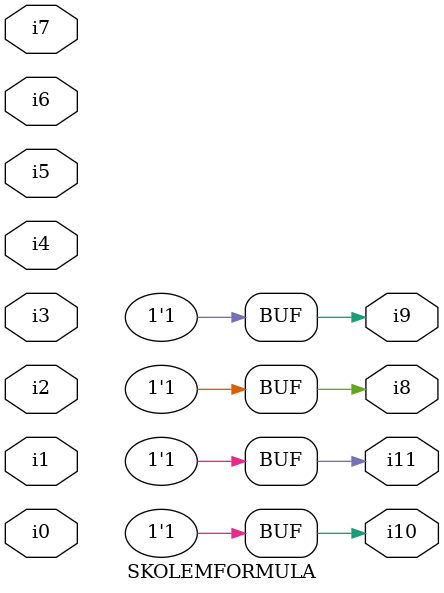
<source format=v>

module SKOLEMFORMULA ( 
    i0, i1, i2, i3, i4, i5, i6, i7,
    i8, i9, i10, i11  );
  input  i0, i1, i2, i3, i4, i5, i6, i7;
  output i8, i9, i10, i11;
  assign i8 = 1'b1;
  assign i9 = 1'b1;
  assign i10 = 1'b1;
  assign i11 = 1'b1;
endmodule



</source>
